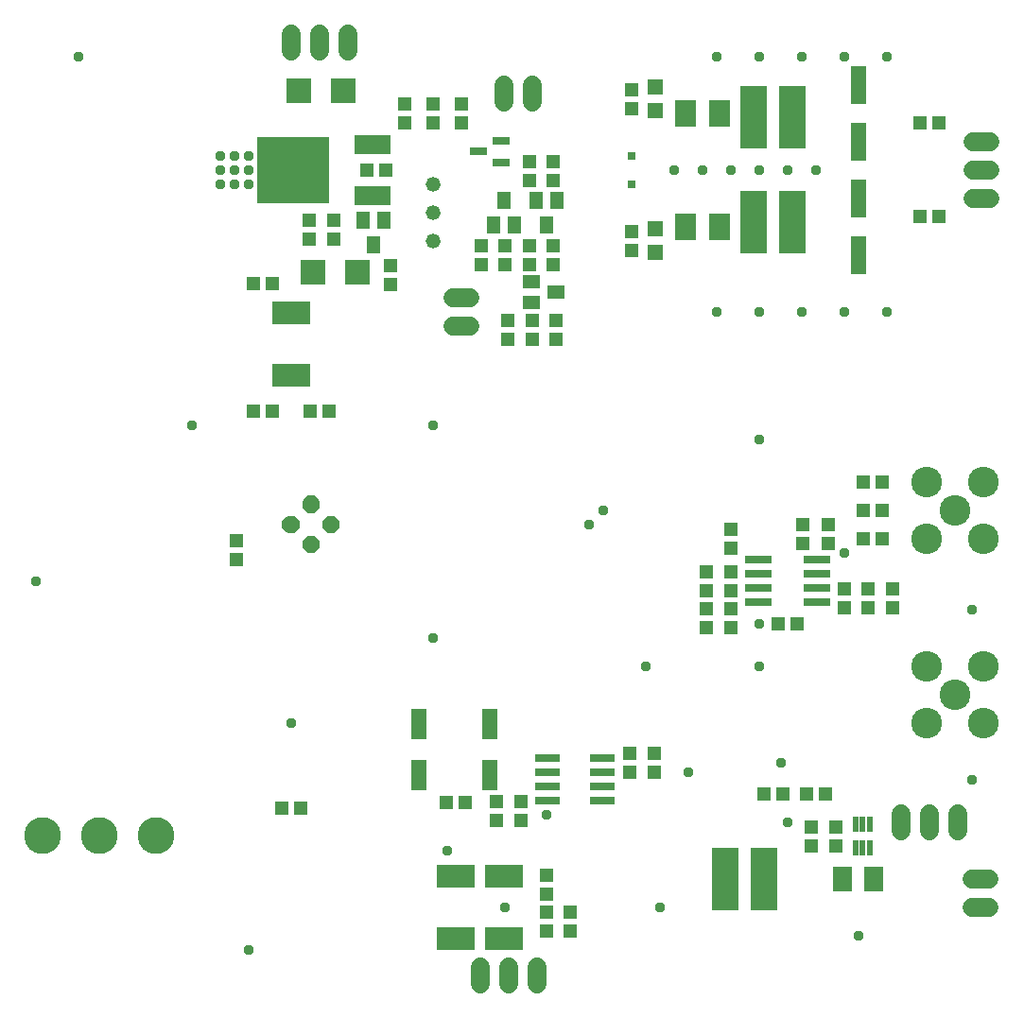
<source format=gts>
G75*
%MOIN*%
%OFA0B0*%
%FSLAX25Y25*%
%IPPOS*%
%LPD*%
%AMOC8*
5,1,8,0,0,1.08239X$1,22.5*
%
%ADD10R,0.25209X0.23635*%
%ADD11R,0.12611X0.07099*%
%ADD12R,0.05131X0.04737*%
%ADD13R,0.04737X0.05131*%
%ADD14R,0.08674X0.08674*%
%ADD15R,0.09265X0.22454*%
%ADD16R,0.04737X0.06312*%
%ADD17R,0.05800X0.13800*%
%ADD18R,0.07800X0.09800*%
%ADD19C,0.05200*%
%ADD20C,0.01200*%
%ADD21R,0.05800X0.10800*%
%ADD22C,0.06800*%
%ADD23R,0.09461X0.03162*%
%ADD24R,0.02200X0.05400*%
%ADD25R,0.08600X0.03000*%
%ADD26C,0.10800*%
%ADD27R,0.05524X0.05524*%
%ADD28R,0.02800X0.02800*%
%ADD29C,0.13000*%
%ADD30R,0.06312X0.04737*%
%ADD31R,0.06000X0.03000*%
%ADD32R,0.07099X0.08674*%
%ADD33R,0.13398X0.07887*%
%ADD34C,0.03778*%
D10*
X0168111Y0353308D03*
D11*
X0196379Y0362284D03*
X0196379Y0344331D03*
D12*
X0194135Y0353308D03*
X0200828Y0353308D03*
X0182481Y0335654D03*
X0182481Y0328961D03*
X0173981Y0328961D03*
X0173981Y0335654D03*
X0160828Y0313308D03*
X0154135Y0313308D03*
X0154135Y0268308D03*
X0160828Y0268308D03*
X0174135Y0268308D03*
X0180828Y0268308D03*
X0148347Y0222461D03*
X0148347Y0215769D03*
X0234481Y0319961D03*
X0234481Y0326654D03*
X0242981Y0326654D03*
X0242981Y0319961D03*
X0251481Y0319961D03*
X0251481Y0326654D03*
X0259981Y0326654D03*
X0259981Y0319961D03*
X0260981Y0300154D03*
X0252481Y0300154D03*
X0252481Y0293461D03*
X0260981Y0293461D03*
X0287481Y0324961D03*
X0287481Y0331654D03*
X0259981Y0349461D03*
X0259981Y0356154D03*
X0251481Y0356154D03*
X0251481Y0349461D03*
X0227481Y0369961D03*
X0227481Y0376654D03*
X0287481Y0374961D03*
X0287481Y0381654D03*
X0389135Y0369800D03*
X0395828Y0369800D03*
X0395828Y0336816D03*
X0389135Y0336816D03*
X0322481Y0226654D03*
X0322481Y0219961D03*
X0322481Y0211654D03*
X0322481Y0204961D03*
X0362481Y0205654D03*
X0362481Y0198961D03*
X0370981Y0198961D03*
X0370981Y0205654D03*
X0379481Y0205654D03*
X0379481Y0198961D03*
X0340828Y0133308D03*
X0334135Y0133308D03*
X0265981Y0091654D03*
X0257481Y0091654D03*
X0257481Y0084961D03*
X0265981Y0084961D03*
D13*
X0257481Y0097961D03*
X0257481Y0104654D03*
X0248481Y0123961D03*
X0248481Y0130654D03*
X0239981Y0130654D03*
X0239981Y0123961D03*
X0228828Y0130308D03*
X0222135Y0130308D03*
X0170828Y0128308D03*
X0164135Y0128308D03*
X0286981Y0140961D03*
X0286981Y0147654D03*
X0295481Y0147654D03*
X0295481Y0140961D03*
X0349135Y0133308D03*
X0355828Y0133308D03*
X0359481Y0121654D03*
X0359481Y0114961D03*
X0350981Y0114961D03*
X0350981Y0121654D03*
X0345828Y0193308D03*
X0339135Y0193308D03*
X0322481Y0191961D03*
X0322481Y0198654D03*
X0313981Y0198654D03*
X0313981Y0191961D03*
X0313981Y0204961D03*
X0313981Y0211654D03*
X0347981Y0221461D03*
X0347981Y0228154D03*
X0356981Y0228154D03*
X0356981Y0221461D03*
X0369135Y0223308D03*
X0375828Y0223308D03*
X0375828Y0233308D03*
X0369135Y0233308D03*
X0369135Y0243308D03*
X0375828Y0243308D03*
X0243981Y0293461D03*
X0243981Y0300154D03*
X0202481Y0312961D03*
X0202481Y0319654D03*
X0207481Y0369961D03*
X0207481Y0376654D03*
X0217481Y0376654D03*
X0217481Y0369961D03*
D14*
X0185855Y0381308D03*
X0170107Y0381308D03*
X0175107Y0317308D03*
X0190855Y0317308D03*
D15*
X0330591Y0334808D03*
X0344371Y0334808D03*
X0344371Y0371808D03*
X0330591Y0371808D03*
X0334371Y0103308D03*
X0320591Y0103308D03*
D16*
X0196481Y0326977D03*
X0192741Y0335639D03*
X0200221Y0335639D03*
X0238741Y0333977D03*
X0246221Y0333977D03*
X0242481Y0342639D03*
X0253741Y0342639D03*
X0261221Y0342639D03*
X0257481Y0333977D03*
D17*
X0367481Y0343308D03*
X0367481Y0363308D03*
X0367481Y0383308D03*
X0367481Y0323308D03*
D18*
X0318485Y0333308D03*
X0306477Y0333308D03*
X0306477Y0373308D03*
X0318485Y0373308D03*
D19*
X0217481Y0348308D03*
X0217481Y0338308D03*
X0217481Y0328308D03*
D20*
X0174875Y0233580D02*
X0175475Y0232980D01*
X0173487Y0232980D01*
X0172082Y0234385D01*
X0172082Y0236373D01*
X0173487Y0237778D01*
X0175475Y0237778D01*
X0176880Y0236373D01*
X0176880Y0234385D01*
X0175475Y0232980D01*
X0175102Y0233880D01*
X0173860Y0233880D01*
X0172982Y0234758D01*
X0172982Y0236000D01*
X0173860Y0236878D01*
X0175102Y0236878D01*
X0175980Y0236000D01*
X0175980Y0234758D01*
X0175102Y0233880D01*
X0174729Y0234780D01*
X0174233Y0234780D01*
X0173882Y0235131D01*
X0173882Y0235627D01*
X0174233Y0235978D01*
X0174729Y0235978D01*
X0175080Y0235627D01*
X0175080Y0235131D01*
X0174729Y0234780D01*
X0181946Y0226509D02*
X0182546Y0225909D01*
X0180558Y0225909D01*
X0179153Y0227314D01*
X0179153Y0229302D01*
X0180558Y0230707D01*
X0182546Y0230707D01*
X0183951Y0229302D01*
X0183951Y0227314D01*
X0182546Y0225909D01*
X0182173Y0226809D01*
X0180931Y0226809D01*
X0180053Y0227687D01*
X0180053Y0228929D01*
X0180931Y0229807D01*
X0182173Y0229807D01*
X0183051Y0228929D01*
X0183051Y0227687D01*
X0182173Y0226809D01*
X0181800Y0227709D01*
X0181304Y0227709D01*
X0180953Y0228060D01*
X0180953Y0228556D01*
X0181304Y0228907D01*
X0181800Y0228907D01*
X0182151Y0228556D01*
X0182151Y0228060D01*
X0181800Y0227709D01*
X0174875Y0219438D02*
X0175475Y0218838D01*
X0173487Y0218838D01*
X0172082Y0220243D01*
X0172082Y0222231D01*
X0173487Y0223636D01*
X0175475Y0223636D01*
X0176880Y0222231D01*
X0176880Y0220243D01*
X0175475Y0218838D01*
X0175102Y0219738D01*
X0173860Y0219738D01*
X0172982Y0220616D01*
X0172982Y0221858D01*
X0173860Y0222736D01*
X0175102Y0222736D01*
X0175980Y0221858D01*
X0175980Y0220616D01*
X0175102Y0219738D01*
X0174729Y0220638D01*
X0174233Y0220638D01*
X0173882Y0220989D01*
X0173882Y0221485D01*
X0174233Y0221836D01*
X0174729Y0221836D01*
X0175080Y0221485D01*
X0175080Y0220989D01*
X0174729Y0220638D01*
X0167804Y0226509D02*
X0168404Y0225909D01*
X0166416Y0225909D01*
X0165011Y0227314D01*
X0165011Y0229302D01*
X0166416Y0230707D01*
X0168404Y0230707D01*
X0169809Y0229302D01*
X0169809Y0227314D01*
X0168404Y0225909D01*
X0168031Y0226809D01*
X0166789Y0226809D01*
X0165911Y0227687D01*
X0165911Y0228929D01*
X0166789Y0229807D01*
X0168031Y0229807D01*
X0168909Y0228929D01*
X0168909Y0227687D01*
X0168031Y0226809D01*
X0167658Y0227709D01*
X0167162Y0227709D01*
X0166811Y0228060D01*
X0166811Y0228556D01*
X0167162Y0228907D01*
X0167658Y0228907D01*
X0168009Y0228556D01*
X0168009Y0228060D01*
X0167658Y0227709D01*
D21*
X0212481Y0157808D03*
X0212481Y0139808D03*
X0237481Y0139808D03*
X0237481Y0157808D03*
D22*
X0234174Y0072174D02*
X0234174Y0066174D01*
X0244174Y0066174D02*
X0244174Y0072174D01*
X0254174Y0072174D02*
X0254174Y0066174D01*
X0382481Y0120308D02*
X0382481Y0126308D01*
X0392481Y0126308D02*
X0392481Y0120308D01*
X0402481Y0120308D02*
X0402481Y0126308D01*
X0407481Y0103308D02*
X0413481Y0103308D01*
X0413481Y0093308D02*
X0407481Y0093308D01*
X0230481Y0298308D02*
X0224481Y0298308D01*
X0224481Y0308308D02*
X0230481Y0308308D01*
X0242481Y0377308D02*
X0242481Y0383308D01*
X0252481Y0383308D02*
X0252481Y0377308D01*
X0187481Y0395308D02*
X0187481Y0401308D01*
X0177481Y0401308D02*
X0177481Y0395308D01*
X0167481Y0395308D02*
X0167481Y0401308D01*
X0407981Y0363308D02*
X0413981Y0363308D01*
X0413981Y0353308D02*
X0407981Y0353308D01*
X0407981Y0343308D02*
X0413981Y0343308D01*
D23*
X0352717Y0215808D03*
X0352717Y0210808D03*
X0352717Y0205808D03*
X0352717Y0200808D03*
X0332245Y0200808D03*
X0332245Y0205808D03*
X0332245Y0210808D03*
X0332245Y0215808D03*
D24*
X0366381Y0122408D03*
X0368981Y0122408D03*
X0371581Y0122408D03*
X0371581Y0114208D03*
X0368981Y0114208D03*
X0366381Y0114208D03*
D25*
X0277181Y0130808D03*
X0277181Y0135808D03*
X0277181Y0140808D03*
X0277181Y0145808D03*
X0257781Y0145808D03*
X0257781Y0140808D03*
X0257781Y0135808D03*
X0257781Y0130808D03*
D26*
X0391481Y0158308D03*
X0401481Y0168308D03*
X0391481Y0178308D03*
X0411481Y0178308D03*
X0411481Y0158308D03*
X0411481Y0223308D03*
X0401481Y0233308D03*
X0391481Y0243308D03*
X0411481Y0243308D03*
X0391481Y0223308D03*
D27*
X0295981Y0324174D03*
X0295981Y0332442D03*
X0295981Y0374174D03*
X0295981Y0382442D03*
D28*
X0287481Y0358308D03*
X0287481Y0348308D03*
D29*
X0079981Y0118623D03*
X0099981Y0118623D03*
X0119981Y0118623D03*
D30*
X0252150Y0306568D03*
X0252150Y0314048D03*
X0260812Y0310308D03*
D31*
X0241481Y0356008D03*
X0241481Y0363608D03*
X0233481Y0359808D03*
D32*
X0361969Y0103308D03*
X0372993Y0103308D03*
D33*
X0242481Y0104331D03*
X0225481Y0104331D03*
X0225481Y0082284D03*
X0242481Y0082284D03*
X0167481Y0280784D03*
X0167481Y0302831D03*
D34*
X0132481Y0263308D03*
X0077481Y0208308D03*
X0167481Y0158308D03*
X0217481Y0188308D03*
X0272481Y0228308D03*
X0277481Y0233308D03*
X0292481Y0178308D03*
X0307481Y0140808D03*
X0340355Y0144135D03*
X0342481Y0123308D03*
X0367481Y0083308D03*
X0407481Y0138308D03*
X0407481Y0198308D03*
X0362481Y0218308D03*
X0332481Y0193308D03*
X0332481Y0178308D03*
X0257481Y0125808D03*
X0242717Y0093347D03*
X0222481Y0113308D03*
X0152481Y0078308D03*
X0297481Y0093308D03*
X0332481Y0258308D03*
X0332481Y0303308D03*
X0347481Y0303308D03*
X0362481Y0303308D03*
X0377481Y0303308D03*
X0352481Y0353308D03*
X0342481Y0353308D03*
X0332481Y0353308D03*
X0322481Y0353308D03*
X0312481Y0353308D03*
X0302481Y0353308D03*
X0317481Y0393308D03*
X0332481Y0393308D03*
X0347481Y0393308D03*
X0362481Y0393308D03*
X0377481Y0393308D03*
X0317481Y0303308D03*
X0217481Y0263308D03*
X0152481Y0348308D03*
X0152481Y0353308D03*
X0152481Y0358308D03*
X0147481Y0358308D03*
X0142481Y0358308D03*
X0142481Y0353308D03*
X0147481Y0353308D03*
X0147481Y0348308D03*
X0142481Y0348308D03*
X0092481Y0393308D03*
M02*

</source>
